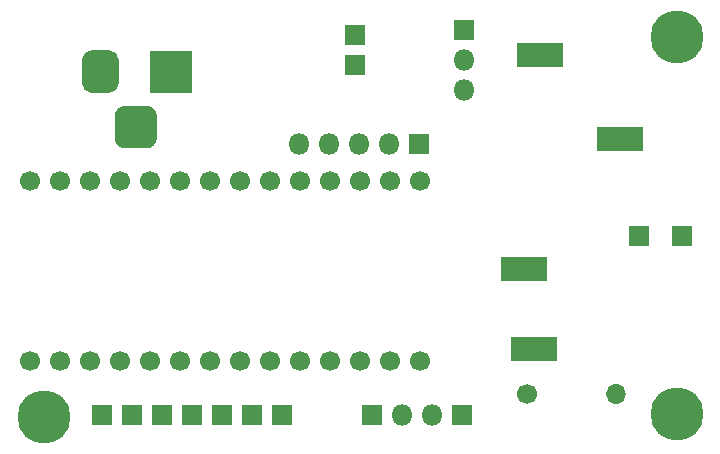
<source format=gbr>
%TF.GenerationSoftware,KiCad,Pcbnew,(5.1.6)-1*%
%TF.CreationDate,2020-12-22T10:56:42-08:00*%
%TF.ProjectId,Digimuser_Board,44696769-6d75-4736-9572-5f426f617264,rev?*%
%TF.SameCoordinates,Original*%
%TF.FileFunction,Soldermask,Bot*%
%TF.FilePolarity,Negative*%
%FSLAX46Y46*%
G04 Gerber Fmt 4.6, Leading zero omitted, Abs format (unit mm)*
G04 Created by KiCad (PCBNEW (5.1.6)-1) date 2020-12-22 10:56:42*
%MOMM*%
%LPD*%
G01*
G04 APERTURE LIST*
%ADD10R,1.800000X1.800000*%
%ADD11O,1.700000X1.700000*%
%ADD12C,1.700000*%
%ADD13C,4.500000*%
%ADD14R,3.600000X3.600000*%
%ADD15O,1.800000X1.800000*%
%ADD16R,3.900000X2.100000*%
G04 APERTURE END LIST*
D10*
%TO.C,J12*%
X112268000Y-102108000D03*
%TD*%
%TO.C,J11*%
X140208000Y-102108000D03*
%TD*%
%TO.C,J10*%
X109728000Y-102108000D03*
%TD*%
%TO.C,J9*%
X122428000Y-102108000D03*
%TD*%
%TO.C,J8*%
X117348000Y-102108000D03*
%TD*%
%TO.C,J7*%
X158851600Y-86918800D03*
%TD*%
%TO.C,J6*%
X155194000Y-86918800D03*
%TD*%
D11*
%TO.C,C13*%
X153194400Y-100279200D03*
D12*
X145694400Y-100279200D03*
%TD*%
D13*
%TO.C,H1*%
X158369000Y-70104000D03*
%TD*%
%TO.C,H2*%
X158369000Y-101981000D03*
%TD*%
%TO.C,H3*%
X104775000Y-102235000D03*
%TD*%
%TO.C,J3*%
G36*
G01*
X110770000Y-78625000D02*
X110770000Y-76825000D01*
G75*
G02*
X111670000Y-75925000I900000J0D01*
G01*
X113470000Y-75925000D01*
G75*
G02*
X114370000Y-76825000I0J-900000D01*
G01*
X114370000Y-78625000D01*
G75*
G02*
X113470000Y-79525000I-900000J0D01*
G01*
X111670000Y-79525000D01*
G75*
G02*
X110770000Y-78625000I0J900000D01*
G01*
G37*
G36*
G01*
X108020000Y-74050000D02*
X108020000Y-72000000D01*
G75*
G02*
X108795000Y-71225000I775000J0D01*
G01*
X110345000Y-71225000D01*
G75*
G02*
X111120000Y-72000000I0J-775000D01*
G01*
X111120000Y-74050000D01*
G75*
G02*
X110345000Y-74825000I-775000J0D01*
G01*
X108795000Y-74825000D01*
G75*
G02*
X108020000Y-74050000I0J775000D01*
G01*
G37*
D14*
X115570000Y-73025000D03*
%TD*%
D12*
%TO.C,U4*%
X123952000Y-82296000D03*
X126492000Y-82296000D03*
X134112000Y-97536000D03*
X118872000Y-82296000D03*
X108712000Y-97536000D03*
X108712000Y-82296000D03*
X113792000Y-82296000D03*
X129032000Y-82296000D03*
X129032000Y-97536000D03*
X126492000Y-97536000D03*
X136652000Y-82296000D03*
X121412000Y-82296000D03*
X123952000Y-97536000D03*
X106172000Y-97536000D03*
X103632000Y-97536000D03*
X134112000Y-82296000D03*
X116332000Y-97536000D03*
X111252000Y-97536000D03*
X131572000Y-97536000D03*
X106172000Y-82296000D03*
X116332000Y-82296000D03*
X113792000Y-97536000D03*
X118872000Y-97536000D03*
X131572000Y-82296000D03*
X103632000Y-82296000D03*
X121412000Y-97536000D03*
X136652000Y-97536000D03*
X111252000Y-82296000D03*
%TD*%
D10*
%TO.C,J1*%
X131114800Y-69900800D03*
%TD*%
%TO.C,J2*%
X131114800Y-72440800D03*
%TD*%
D15*
%TO.C,J4*%
X140398500Y-72009000D03*
X140398500Y-74549000D03*
D10*
X140398500Y-69469000D03*
%TD*%
D15*
%TO.C,J5*%
X135128000Y-102108000D03*
X137668000Y-102108000D03*
D10*
X132588000Y-102108000D03*
%TD*%
%TO.C,U1*%
X136588500Y-79121000D03*
D15*
X134048500Y-79121000D03*
X128968500Y-79121000D03*
X126428500Y-79121000D03*
X131508500Y-79121000D03*
%TD*%
D16*
%TO.C,TP1*%
X146812000Y-71628000D03*
%TD*%
%TO.C,TP2*%
X153606500Y-78740000D03*
%TD*%
%TO.C,TP3*%
X145415000Y-89725500D03*
%TD*%
%TO.C,TP4*%
X146304000Y-96469200D03*
%TD*%
D10*
%TO.C,J13*%
X119888000Y-102108000D03*
%TD*%
%TO.C,J14*%
X114808000Y-102108000D03*
%TD*%
%TO.C,J15*%
X124968000Y-102108000D03*
%TD*%
M02*

</source>
